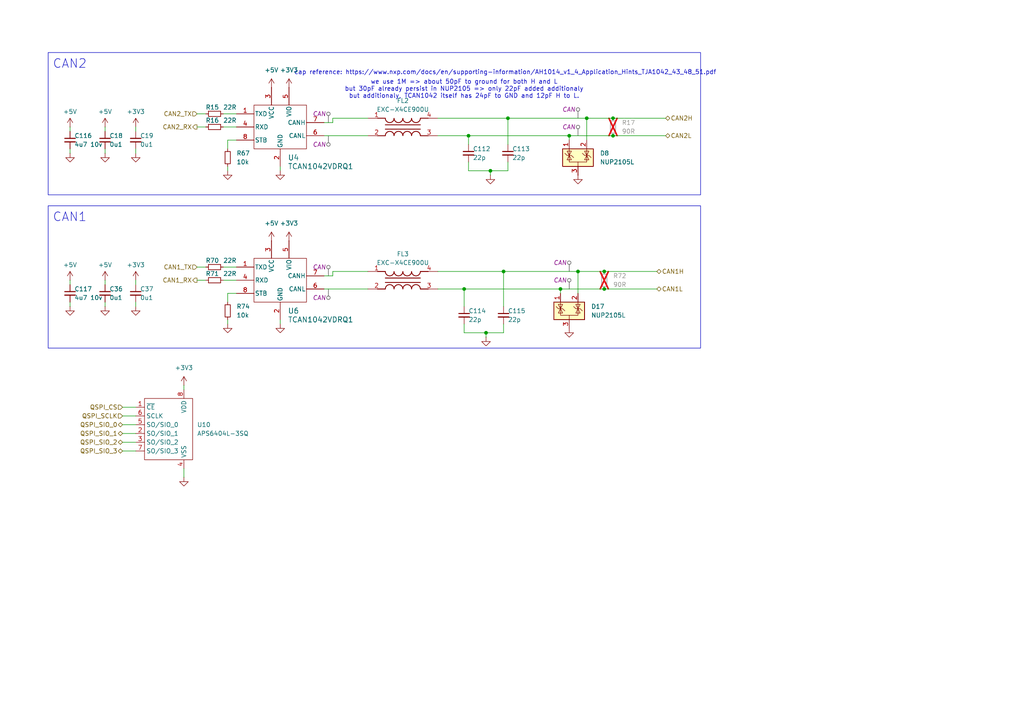
<source format=kicad_sch>
(kicad_sch (version 20231120) (generator "eeschema") (generator_version "8.0")
  (paper "A4")
  (title_block (title "INV_MainBoard_STM32") (date "2025-06-30") (rev "3.1") (company "NTURacing Team") (comment 1 "郭哲明 Jack Kuo") (comment 2 "Powertrain Group"))
  (lib_symbols
    (symbol "Device:C_Small" (pin_numbers hide) (pin_names (offset 0.254) hide)
      (property "Reference" "C" (at 0.254 1.778 0))
      (property "Value" "C_Small" (at 0.254 -2.032 0))
      (symbol "C_Small_0_1"
        (polyline (pts (xy -1.524 -0.508) (xy 1.524 -0.508)) (stroke (width 0.3302)))
        (polyline (pts (xy -1.524 0.508) (xy 1.524 0.508)) (stroke (width 0.3048)))
      )
      (symbol "C_Small_1_1"
        (pin passive line (at 0 2.54 270) (length 2.032) (name "~") (number "1"))
        (pin passive line (at 0 -2.54 90) (length 2.032) (name "~") (number "2"))
      )
    )
    (symbol "Device:R_Small" (pin_numbers hide) (pin_names (offset 0.254) hide)
      (property "Reference" "R" (at 0.762 0.508 0))
      (property "Value" "R_Small" (at 0.762 -1.016 0))
      (symbol "R_Small_0_1"
        (rectangle (start -0.762 1.778) (end 0.762 -1.778) (stroke (width 0.2032)))
      )
      (symbol "R_Small_1_1"
        (pin passive line (at 0 2.54 270) (length 0.762) (name "~") (number "1"))
        (pin passive line (at 0 -2.54 90) (length 0.762) (name "~") (number "2"))
      )
    )
    (symbol "Power_Protection:NUP2105L" (pin_names hide)
      (property "Reference" "D" (at 5.715 2.54 0))
      (property "Value" "NUP2105L" (at 5.715 0.635 0))
      (symbol "NUP2105L_0_0"
        (pin passive line (at 0 -5.08 90) (length 2.54) (name "A") (number "3"))
      )
      (symbol "NUP2105L_0_1"
        (rectangle (start -4.445 2.54) (end 4.445 -2.54) (stroke (width 0.254)) (fill (type background)))
        (polyline (pts (xy -2.54 2.54) (xy -2.54 0.635)))
        (polyline (pts (xy 0 -1.27) (xy 0 -2.54)))
        (polyline (pts (xy 2.54 2.54) (xy 2.54 0.635)))
        (polyline (pts (xy -3.81 1.27) (xy -3.175 0.635) (xy -1.905 0.635) (xy -1.27 0)))
        (polyline (pts (xy -2.54 0.635) (xy -2.54 -1.27) (xy 2.54 -1.27) (xy 2.54 0.635)))
        (polyline (pts (xy -2.54 0.635) (xy -1.905 -0.635) (xy -3.175 -0.635) (xy -2.54 0.635)))
        (polyline (pts (xy 2.54 0.635) (xy 1.905 -0.635) (xy 3.175 -0.635) (xy 2.54 0.635)))
        (polyline (pts (xy 2.54 0.635) (xy 3.175 1.905) (xy 1.905 1.905) (xy 2.54 0.635)))
        (polyline (pts (xy -2.54 0.635) (xy -3.175 1.905) (xy -1.905 1.905) (xy -2.54 0.635) (xy -2.54 1.27)))
        (polyline (pts (xy 1.27 1.27) (xy 1.905 0.635) (xy 2.54 0.635) (xy 3.175 0.635) (xy 3.81 0)))
      )
      (symbol "NUP2105L_1_1"
        (pin passive line (at -2.54 5.08 270) (length 2.54) (name "K") (number "1"))
        (pin passive line (at 2.54 5.08 270) (length 2.54) (name "K") (number "2"))
      )
    )
    (symbol "SamacSys_Parts_EP6:EXC-X4CE900U" (pin_names hide)
      (property "Reference" "FL" (at -0.254 1.524 0))
      (property "Value" "EXC-X4CE900U" (at -0.254 -0.254 0))
      (symbol "EXC-X4CE900U_1_1"
        (arc (start -2.488 -5.08) (mid -1.2689 -3.81) (end -2.488 -2.54) (stroke (width 0.254)))
        (arc (start -2.488 -2.54) (mid -1.2689 -1.27) (end -2.488 0) (stroke (width 0.254)))
        (arc (start -2.488 0) (mid -1.2689 1.27) (end -2.488 2.54) (stroke (width 0.254)))
        (arc (start -2.488 2.54) (mid -1.2689 3.81) (end -2.488 5.08) (stroke (width 0.254)))
        (polyline (pts (xy -2.54 -5.08) (xy -2.54 -7.366)) (stroke (width 0.254)))
        (polyline (pts (xy -2.54 5.08) (xy -2.54 7.366)) (stroke (width 0.254)))
        (polyline (pts (xy -0.635 5.08) (xy -0.635 -5.08)) (stroke (width 0.254)))
        (polyline (pts (xy 0.635 5.08) (xy 0.635 -5.08)) (stroke (width 0.254)))
        (polyline (pts (xy 2.54 -5.08) (xy 2.54 -7.366)) (stroke (width 0.254)))
        (polyline (pts (xy 2.54 5.08) (xy 2.54 7.366)) (stroke (width 0.254)))
        (arc (start 2.488 -2.54) (mid 1.2689 -3.81) (end 2.488 -5.08) (stroke (width 0.254)))
        (arc (start 2.488 0) (mid 1.2689 -1.27) (end 2.488 -2.54) (stroke (width 0.254)))
        (arc (start 2.488 2.54) (mid 1.2689 1.27) (end 2.488 0) (stroke (width 0.254)))
        (arc (start 2.488 5.08) (mid 1.2689 3.81) (end 2.488 2.54) (stroke (width 0.254)))
        (pin passive line (at -2.54 -10.16 90) (length 5.08) (name "1") (number "1"))
        (pin passive line (at 2.54 -10.16 90) (length 5.08) (name "2") (number "2"))
        (pin passive line (at 2.54 10.16 270) (length 5.08) (name "3") (number "3"))
        (pin passive line (at -2.54 10.16 270) (length 5.08) (name "4") (number "4"))
      )
    )
    (symbol "nturt_kicad_lib_EP6:APS6404L-3SQ"
      (property "Reference" "U" (at 0 0 0))
      (property "Value" "APS6404L-3SQ" (at 0 0 0))
      (symbol "APS6404L-3SQ_0_1"
        (rectangle (start -11.43 8.89) (end 2.54 -8.89))
      )
      (symbol "APS6404L-3SQ_1_1"
        (pin input line (at -13.97 6.35 0) (length 2.54) (name "~{CE}") (number "1"))
        (pin input line (at -13.97 -1.27 0) (length 2.54) (name "SO/SIO_1") (number "2"))
        (pin input line (at -13.97 -3.81 0) (length 2.54) (name "SO/SIO_2") (number "3"))
        (pin power_in line (at 0 -11.43 90) (length 2.54) (name "VSS") (number "4"))
        (pin input line (at -13.97 1.27 0) (length 2.54) (name "SO/SIO_0") (number "5"))
        (pin input line (at -13.97 3.81 0) (length 2.54) (name "SCLK") (number "6"))
        (pin input line (at -13.97 -6.35 0) (length 2.54) (name "SO/SIO_3") (number "7"))
        (pin power_in line (at 0 11.43 270) (length 2.54) (name "VDD") (number "8"))
      )
    )
    (symbol "nturt_kicad_lib_EP6:TCAN1042VDRQ1" (pin_names (offset 0.254))
      (property "Reference" "U" (at 0 2.54 0))
      (property "Value" "TCAN1042VDRQ1" (at 0 0 0))
      (symbol "TCAN1042VDRQ1_0_1"
        (pin input line (at -12.7 3.81 0) (length 5.08) (name "TXD") (number "1"))
        (pin power_in line (at 0 -11.43 90) (length 5.08) (name "GND") (number "2"))
        (pin power_in line (at -2.54 11.43 270) (length 5.08) (name "VCC") (number "3"))
        (pin output line (at -12.7 0 0) (length 5.08) (name "RXD") (number "4"))
        (pin power_in line (at 2.54 11.43 270) (length 5.08) (name "VIO") (number "5"))
        (pin bidirectional line (at 12.7 -2.54 180) (length 5.08) (name "CANL") (number "6"))
        (pin bidirectional line (at 12.7 1.27 180) (length 5.08) (name "CANH") (number "7"))
        (pin input line (at -12.7 -3.81 0) (length 5.08) (name "STB") (number "8"))
      )
      (symbol "TCAN1042VDRQ1_1_1"
        (rectangle (start -7.62 6.35) (end 7.62 -6.35))
      )
    )
    (symbol "power:+3V3" (power) (pin_numbers hide) (pin_names (offset 0) hide)
      (property "Value" "+3V3" (at 0 3.556 0))
      (symbol "+3V3_0_1"
        (polyline (pts (xy -0.762 1.27) (xy 0 2.54)))
        (polyline (pts (xy 0 0) (xy 0 2.54)))
        (polyline (pts (xy 0 2.54) (xy 0.762 1.27)))
      )
      (symbol "+3V3_1_1"
        (pin power_in line (at 0 0 90) (length 0) (name "~") (number "1"))
      )
    )
    (symbol "power:+5V" (power) (pin_numbers hide) (pin_names (offset 0) hide)
      (property "Value" "+5V" (at 0 3.556 0))
      (symbol "+5V_0_1"
        (polyline (pts (xy -0.762 1.27) (xy 0 2.54)))
        (polyline (pts (xy 0 0) (xy 0 2.54)))
        (polyline (pts (xy 0 2.54) (xy 0.762 1.27)))
      )
      (symbol "+5V_1_1"
        (pin power_in line (at 0 0 90) (length 0) (name "~") (number "1"))
      )
    )
    (symbol "power:GND" (power) (pin_numbers hide) (pin_names (offset 0) hide)
      (property "Value" "GND" (at 0 -3.81 0))
      (symbol "GND_0_1"
        (polyline (pts (xy 0 0) (xy 0 -1.27) (xy 1.27 -1.27) (xy 0 -2.54) (xy -1.27 -1.27) (xy 0 -1.27)))
      )
      (symbol "GND_1_1"
        (pin power_in line (at 0 0 270) (length 0) (name "~") (number "1"))
      )
    )
  )
  (junction (at 177.8 39.37))
  (junction (at 147.32 34.29))
  (junction (at 175.26 83.82))
  (junction (at 175.26 78.74))
  (junction (at 170.18 34.29))
  (junction (at 134.62 83.82))
  (junction (at 167.64 78.74))
  (junction (at 165.1 39.37))
  (junction (at 142.24 49.53))
  (junction (at 177.8 34.29))
  (junction (at 140.97 96.52))
  (junction (at 135.89 39.37))
  (junction (at 162.56 83.82))
  (junction (at 146.05 78.74))
  (wire (pts (xy 96.52 78.74) (xy 106.68 78.74)))
  (wire (pts (xy 57.15 33.02) (xy 59.69 33.02)))
  (wire (pts (xy 30.48 82.55) (xy 30.48 81.28)))
  (wire (pts (xy 35.56 120.65) (xy 39.37 120.65)))
  (wire (pts (xy 66.04 85.09) (xy 68.58 85.09)))
  (wire (pts (xy 96.52 78.74) (xy 96.52 80.01)))
  (wire (pts (xy 66.04 40.64) (xy 68.58 40.64)))
  (wire (pts (xy 30.48 88.9) (xy 30.48 87.63)))
  (wire (pts (xy 20.32 82.55) (xy 20.32 81.28)))
  (wire (pts (xy 39.37 44.45) (xy 39.37 43.18)))
  (wire (pts (xy 175.26 83.82) (xy 190.5 83.82)))
  (wire (pts (xy 170.18 34.29) (xy 170.18 40.64)))
  (wire (pts (xy 81.28 93.98) (xy 81.28 92.71)))
  (wire (pts (xy 140.97 97.79) (xy 140.97 96.52)))
  (wire (pts (xy 177.8 34.29) (xy 193.04 34.29)))
  (wire (pts (xy 66.04 49.53) (xy 66.04 48.26)))
  (wire (pts (xy 165.1 39.37) (xy 165.1 40.64)))
  (wire (pts (xy 20.32 88.9) (xy 20.32 87.63)))
  (wire (pts (xy 81.28 49.53) (xy 81.28 48.26)))
  (wire (pts (xy 64.77 81.28) (xy 68.58 81.28)))
  (wire (pts (xy 93.98 80.01) (xy 96.52 80.01)))
  (wire (pts (xy 66.04 87.63) (xy 66.04 85.09)))
  (wire (pts (xy 53.34 111.76) (xy 53.34 113.03)))
  (wire (pts (xy 57.15 77.47) (xy 59.69 77.47)))
  (wire (pts (xy 64.77 33.02) (xy 68.58 33.02)))
  (wire (pts (xy 135.89 39.37) (xy 165.1 39.37)))
  (wire (pts (xy 93.98 83.82) (xy 106.68 83.82)))
  (wire (pts (xy 175.26 78.74) (xy 190.5 78.74)))
  (wire (pts (xy 167.64 78.74) (xy 167.64 85.09)))
  (wire (pts (xy 134.62 96.52) (xy 140.97 96.52)))
  (wire (pts (xy 147.32 34.29) (xy 170.18 34.29)))
  (wire (pts (xy 35.56 118.11) (xy 39.37 118.11)))
  (wire (pts (xy 134.62 83.82) (xy 134.62 88.9)))
  (wire (pts (xy 66.04 43.18) (xy 66.04 40.64)))
  (wire (pts (xy 135.89 46.99) (xy 135.89 49.53)))
  (wire (pts (xy 64.77 77.47) (xy 68.58 77.47)))
  (wire (pts (xy 162.56 83.82) (xy 162.56 85.09)))
  (wire (pts (xy 35.56 125.73) (xy 39.37 125.73)))
  (wire (pts (xy 147.32 34.29) (xy 147.32 41.91)))
  (wire (pts (xy 127 39.37) (xy 135.89 39.37)))
  (wire (pts (xy 96.52 34.29) (xy 96.52 35.56)))
  (wire (pts (xy 162.56 83.82) (xy 175.26 83.82)))
  (wire (pts (xy 64.77 36.83) (xy 68.58 36.83)))
  (wire (pts (xy 39.37 82.55) (xy 39.37 81.28)))
  (wire (pts (xy 146.05 78.74) (xy 146.05 88.9)))
  (wire (pts (xy 20.32 38.1) (xy 20.32 36.83)))
  (wire (pts (xy 134.62 83.82) (xy 127 83.82)))
  (wire (pts (xy 20.32 44.45) (xy 20.32 43.18)))
  (wire (pts (xy 146.05 96.52) (xy 146.05 93.98)))
  (wire (pts (xy 35.56 128.27) (xy 39.37 128.27)))
  (wire (pts (xy 127 78.74) (xy 146.05 78.74)))
  (wire (pts (xy 57.15 81.28) (xy 59.69 81.28)))
  (wire (pts (xy 142.24 49.53) (xy 147.32 49.53)))
  (wire (pts (xy 96.52 34.29) (xy 106.68 34.29)))
  (wire (pts (xy 142.24 50.8) (xy 142.24 49.53)))
  (wire (pts (xy 30.48 38.1) (xy 30.48 36.83)))
  (wire (pts (xy 162.56 83.82) (xy 134.62 83.82)))
  (wire (pts (xy 35.56 130.81) (xy 39.37 130.81)))
  (wire (pts (xy 39.37 38.1) (xy 39.37 36.83)))
  (wire (pts (xy 30.48 44.45) (xy 30.48 43.18)))
  (wire (pts (xy 93.98 39.37) (xy 106.68 39.37)))
  (wire (pts (xy 53.34 138.43) (xy 53.34 135.89)))
  (wire (pts (xy 170.18 34.29) (xy 177.8 34.29)))
  (wire (pts (xy 134.62 93.98) (xy 134.62 96.52)))
  (wire (pts (xy 177.8 39.37) (xy 193.04 39.37)))
  (wire (pts (xy 146.05 78.74) (xy 167.64 78.74)))
  (wire (pts (xy 140.97 96.52) (xy 146.05 96.52)))
  (wire (pts (xy 93.98 35.56) (xy 96.52 35.56)))
  (wire (pts (xy 167.64 78.74) (xy 175.26 78.74)))
  (wire (pts (xy 127 34.29) (xy 147.32 34.29)))
  (wire (pts (xy 165.1 39.37) (xy 177.8 39.37)))
  (wire (pts (xy 147.32 49.53) (xy 147.32 46.99)))
  (wire (pts (xy 35.56 123.19) (xy 39.37 123.19)))
  (wire (pts (xy 135.89 49.53) (xy 142.24 49.53)))
  (wire (pts (xy 66.04 93.98) (xy 66.04 92.71)))
  (wire (pts (xy 57.15 36.83) (xy 59.69 36.83)))
  (wire (pts (xy 135.89 41.91) (xy 135.89 39.37)))
  (wire (pts (xy 39.37 88.9) (xy 39.37 87.63)))
  (rectangle (start 13.97 15.24) (end 203.2 56.515))
  (rectangle (start 13.97 59.69) (end 203.2 100.965))
  (text "CAN2" (at 15.24 17.145 0) (effects (font (size 2.54 2.54)) (justify left top)))
  (text "CAN1" (at 15.24 61.595 0) (effects (font (size 2.54 2.54)) (justify left top)))
  (text "cap reference: https://www.nxp.com/docs/en/supporting-information/AH1014_v1_4_Application_Hints_TJA1042_43_48_51.pdf" (at 146.558 21.082 0) (effects (font (size 1.27 1.27))))
  (text "we use 1M => about 50pF to ground for both H and L\nbut 30pF already persist in NUP2105 => only 22pF added additionaly\nbut additionaly, TCAN1042 itself has 24pF to GND and 12pF H to L." (at 134.62 25.908 0) (effects (font (size 1.27 1.27))))
  (hierarchical_label "QSPI_SIO_0" (shape bidirectional) (at 35.56 123.19 180) (effects (font (thickness 0.1588))))
  (hierarchical_label "CAN1H" (shape bidirectional) (at 190.5 78.74 0))
  (hierarchical_label "CAN2_TX" (shape input) (at 57.15 33.02 180))
  (hierarchical_label "CAN2H" (shape bidirectional) (at 193.04 34.29 0))
  (hierarchical_label "CAN1_TX" (shape input) (at 57.15 77.47 180))
  (hierarchical_label "QSPI_SIO_3" (shape bidirectional) (at 35.56 130.81 180) (effects (font (thickness 0.1588))))
  (hierarchical_label "CAN1L" (shape bidirectional) (at 190.5 83.82 0))
  (hierarchical_label "QSPI_CS" (shape input) (at 35.56 118.11 180) (effects (font (thickness 0.1588))))
  (hierarchical_label "QSPI_SCLK" (shape input) (at 35.56 120.65 180) (effects (font (thickness 0.1588))))
  (hierarchical_label "CAN2L" (shape bidirectional) (at 193.04 39.37 0))
  (hierarchical_label "QSPI_SIO_2" (shape bidirectional) (at 35.56 128.27 180) (effects (font (thickness 0.1588))))
  (hierarchical_label "CAN1_RX" (shape output) (at 57.15 81.28 180))
  (hierarchical_label "CAN2_RX" (shape output) (at 57.15 36.83 180))
  (hierarchical_label "QSPI_SIO_1" (shape bidirectional) (at 35.56 125.73 180) (effects (font (thickness 0.1588))))
  (netclass_flag "" (length 2.54) (shape round) (at 165.1 78.74 0) (property "Netclass" "CAN" (at 164.4015 76.2 0) (effects (font (italic yes)) (justify right))))
  (netclass_flag "" (length 2.54) (shape round) (at 167.64 39.37 0) (property "Netclass" "CAN" (at 166.9415 36.83 0) (effects (font (italic yes)) (justify right))))
  (netclass_flag "" (length 2.54) (shape round) (at 165.1 83.82 0) (property "Netclass" "CAN" (at 164.4015 81.28 0) (effects (font (italic yes)) (justify right))))
  (netclass_flag "" (length 2.54) (shape round) (at 95.25 35.56 0) (property "Netclass" "CAN" (at 94.5515 33.02 0) (effects (font (italic yes)) (justify right))))
  (netclass_flag "" (length 2.54) (shape round) (at 95.25 39.37 180) (property "Netclass" "CAN" (at 94.5515 41.91 0) (effects (font (italic yes)) (justify right))))
  (netclass_flag "" (length 2.54) (shape round) (at 95.25 83.82 180) (property "Netclass" "CAN" (at 94.5515 86.36 0) (effects (font (italic yes)) (justify right))))
  (netclass_flag "" (length 2.54) (shape round) (at 95.25 80.01 0) (property "Netclass" "CAN" (at 94.5515 77.47 0) (effects (font (italic yes)) (justify right))))
  (netclass_flag "" (length 2.54) (shape round) (at 167.64 34.29 0) (property "Netclass" "CAN" (at 166.9415 31.75 0) (effects (font (italic yes)) (justify right))))
  (symbol (lib_id "power:GND") (at 20.32 88.9 0) (unit 1)
    (property "Reference" "#PWR0176" (effects (hide yes)))
    (property "Value" "GND" (effects (hide yes)))
    (property "Description" "Power symbol creates a global label with name \"GND\" , ground" (effects (hide yes)))
  )
  (symbol (lib_id "Power_Protection:NUP2105L") (at 167.64 45.72 0) (unit 1)
    (property "Reference" "D8" (at 173.99 44.4499 0) (effects (justify left)))
    (property "Value" "NUP2105L" (at 173.99 46.9899 0) (effects (justify left)))
    (property "Footprint" "Package_TO_SOT_SMD:SOT-23" (effects (hide yes)))
    (property "Datasheet" "https://www.onsemi.com/pub_link/Collateral/NUP2105L-D.PDF" (effects (hide yes)))
    (property "Description" "Dual Line CAN Bus Protector, 24Vrwm" (effects (hide yes)))
  )
  (symbol (lib_id "nturt_kicad_lib_EP6:TCAN1042VDRQ1") (at 81.28 81.28 0) (unit 1)
    (property "Reference" "U6" (at 83.4741 90.17 0) (effects (font (size 1.524 1.524)) (justify left)))
    (property "Value" "TCAN1042VDRQ1" (at 83.4741 92.71 0) (effects (font (size 1.524 1.524)) (justify left)))
    (property "Footprint" "Package_SO:SOIC-8_3.9x4.9mm_P1.27mm" (effects (hide yes)))
    (property "Datasheet" "TCAN1042VDRQ1" (effects (hide yes)))
  )
  (symbol (lib_id "power:GND") (at 66.04 93.98 0) (unit 1)
    (property "Reference" "#PWR0139" (effects (hide yes)))
    (property "Value" "GND" (effects (hide yes)))
    (property "Description" "Power symbol creates a global label with name \"GND\" , ground" (effects (hide yes)))
  )
  (symbol (lib_id "power:GND") (at 81.28 49.53 0) (unit 1)
    (property "Reference" "#PWR069" (effects (hide yes)))
    (property "Value" "GND" (effects (hide yes)))
    (property "Description" "Power symbol creates a global label with name \"GND\" , ground" (effects (hide yes)))
  )
  (symbol (lib_id "Device:C_Small") (at 39.37 85.09 0) (unit 1)
    (property "Reference" "C37" (at 40.64 83.82 0) (effects (justify left)))
    (property "Value" "0u1" (at 40.64 86.36 0) (effects (justify left)))
    (property "Footprint" "Capacitor_SMD:C_0402_1005Metric" (effects (hide yes)))
    (property "Description" "Unpolarized capacitor, small symbol" (effects (hide yes)))
  )
  (symbol (lib_id "Device:R_Small") (at 62.23 36.83 90) (mirror x) (unit 1)
    (property "Reference" "R16" (at 61.595 34.925 90))
    (property "Value" "22R" (at 66.675 34.925 90))
    (property "Footprint" "Resistor_SMD:R_0402_1005Metric" (effects (hide yes)))
    (property "Description" "Resistor, small symbol" (effects (hide yes)))
  )
  (symbol (lib_id "Device:R_Small") (at 175.26 81.28 0) (unit 1) (dnp yes)
    (property "Reference" "R72" (at 177.8 80.01 0) (effects (justify left)))
    (property "Value" "90R" (at 177.8 82.55 0) (effects (justify left)))
    (property "Footprint" "Resistor_SMD:R_0402_1005Metric" (effects (hide yes)))
    (property "Description" "Resistor, small symbol" (effects (hide yes)))
  )
  (symbol (lib_id "power:GND") (at 140.97 97.79 0) (unit 1)
    (property "Reference" "#PWR0172" (effects (hide yes)))
    (property "Value" "GND" (effects (hide yes)))
    (property "Description" "Power symbol creates a global label with name \"GND\" , ground" (effects (hide yes)))
  )
  (symbol (lib_id "power:GND") (at 167.64 50.8 0) (unit 1)
    (property "Reference" "#PWR070" (effects (hide yes)))
    (property "Value" "GND" (effects (hide yes)))
    (property "Description" "Power symbol creates a global label with name \"GND\" , ground" (effects (hide yes)))
  )
  (symbol (lib_id "power:GND") (at 20.32 44.45 0) (unit 1)
    (property "Reference" "#PWR0174" (effects (hide yes)))
    (property "Value" "GND" (effects (hide yes)))
    (property "Description" "Power symbol creates a global label with name \"GND\" , ground" (effects (hide yes)))
  )
  (symbol (lib_id "power:+5V") (at 30.48 81.28 0) (unit 1)
    (property "Reference" "#PWR0131" (effects (hide yes)))
    (property "Value" "+5V" (at 30.48 76.835 0))
    (property "Description" "Power symbol creates a global label with name \"+5V\"" (effects (hide yes)))
  )
  (symbol (lib_id "Device:C_Small") (at 20.32 40.64 0) (unit 1)
    (property "Reference" "C116" (at 21.59 39.37 0) (effects (justify left)))
    (property "Value" "4u7 10v" (at 21.59 41.91 0) (effects (justify left)))
    (property "Footprint" "Capacitor_SMD:C_0402_1005Metric" (effects (hide yes)))
    (property "Description" "Unpolarized capacitor, small symbol" (effects (hide yes)))
  )
  (symbol (lib_id "Device:R_Small") (at 66.04 90.17 0) (unit 1)
    (property "Reference" "R74" (at 68.58 88.9 0) (effects (justify left)))
    (property "Value" "10k" (at 68.58 91.44 0) (effects (justify left)))
    (property "Footprint" "Resistor_SMD:R_0402_1005Metric" (effects (hide yes)))
    (property "Description" "Resistor, small symbol" (effects (hide yes)))
  )
  (symbol (lib_id "power:GND") (at 81.28 93.98 0) (unit 1)
    (property "Reference" "#PWR0140" (effects (hide yes)))
    (property "Value" "GND" (effects (hide yes)))
    (property "Description" "Power symbol creates a global label with name \"GND\" , ground" (effects (hide yes)))
  )
  (symbol (lib_id "Device:C_Small") (at 147.32 44.45 0) (unit 1)
    (property "Reference" "C113" (at 148.59 43.18 0) (effects (justify left)))
    (property "Value" "22p" (at 148.59 45.72 0) (effects (justify left)))
    (property "Footprint" "Capacitor_SMD:C_0402_1005Metric" (effects (hide yes)))
    (property "Description" "Unpolarized capacitor, small symbol" (effects (hide yes)))
  )
  (symbol (lib_id "SamacSys_Parts_EP6:EXC-X4CE900U") (at 116.84 81.28 270) (unit 1)
    (property "Reference" "FL3" (at 116.84 73.66 90))
    (property "Value" "EXC-X4CE900U" (at 116.84 76.2 90))
    (property "Footprint" "SamacSys_Parts_EP6:EXCX4CE900U" (effects (hide yes)))
    (property "Datasheet" "https://industrial.panasonic.com/cdbs/www-data/pdf/AWE0000/AWE0000C258.pdf" (effects (hide yes)))
    (property "Description" "Series/Type: Common mode Filters (0202 small size), Size [LW] (mm): 0.650.50, Height (mm): 0.3, Impedance [Common Mode] (): 90, Rated Voltage [DC] (V): 5, Rated Current [DC] (mA): 100, DC Resistance [max.] (): 3.0+/-30%, Number of circuit: 1" (effects (hide yes)))
    (property "Mouser Part Number" "667-EXC-X4CE900U" (effects (hide yes)))
    (property "Mouser Price/Stock" "https://www.mouser.co.uk/ProductDetail/Panasonic/EXC-X4CE900U?qs=r%2Fc3XikQTkKbkY%2FGNti4Lw%3D%3D" (effects (hide yes)))
    (property "Manufacturer_Name" "Panasonic" (effects (hide yes)))
    (property "Manufacturer_Part_Number" "EXC-X4CE900U" (effects (hide yes)))
    (property "Simulation Data" "https://industrial.panasonic.com/content/data/CC/files/EXCX4CE900U.zip" (effects (hide yes)))
  )
  (symbol (lib_id "power:GND") (at 30.48 88.9 0) (unit 1)
    (property "Reference" "#PWR0137" (effects (hide yes)))
    (property "Value" "GND" (effects (hide yes)))
    (property "Description" "Power symbol creates a global label with name \"GND\" , ground" (effects (hide yes)))
  )
  (symbol (lib_id "Device:C_Small") (at 39.37 40.64 0) (unit 1)
    (property "Reference" "C19" (at 40.64 39.37 0) (effects (justify left)))
    (property "Value" "0u1" (at 40.64 41.91 0) (effects (justify left)))
    (property "Footprint" "Capacitor_SMD:C_0402_1005Metric" (effects (hide yes)))
    (property "Description" "Unpolarized capacitor, small symbol" (effects (hide yes)))
  )
  (symbol (lib_id "nturt_kicad_lib_EP6:APS6404L-3SQ") (at 53.34 124.46 0) (unit 1)
    (property "Reference" "U10" (at 57.15 123.1899 0) (effects (justify left)))
    (property "Value" "APS6404L-3SQ" (at 57.15 125.7299 0) (effects (justify left)))
    (property "Footprint" "Package_SO:SOP-8_3.76x4.96mm_P1.27mm" (effects (hide yes)))
    (property "Datasheet" "https://www.apmemory.com/tw/downloadFiles/0324112120ql593401" (effects (hide yes)))
    (property "Description" "DRAM 64Mb QSPI PSRAM Sync Serial x1/x4 SDR" (effects (hide yes)))
  )
  (symbol (lib_id "SamacSys_Parts_EP6:EXC-X4CE900U") (at 116.84 36.83 270) (unit 1)
    (property "Reference" "FL2" (at 116.84 29.21 90))
    (property "Value" "EXC-X4CE900U" (at 116.84 31.75 90))
    (property "Footprint" "SamacSys_Parts_EP6:EXCX4CE900U" (effects (hide yes)))
    (property "Datasheet" "https://industrial.panasonic.com/cdbs/www-data/pdf/AWE0000/AWE0000C258.pdf" (effects (hide yes)))
    (property "Description" "Series/Type: Common mode Filters (0202 small size), Size [LW] (mm): 0.650.50, Height (mm): 0.3, Impedance [Common Mode] (): 90, Rated Voltage [DC] (V): 5, Rated Current [DC] (mA): 100, DC Resistance [max.] (): 3.0+/-30%, Number of circuit: 1" (effects (hide yes)))
    (property "Mouser Part Number" "667-EXC-X4CE900U" (effects (hide yes)))
    (property "Mouser Price/Stock" "https://www.mouser.co.uk/ProductDetail/Panasonic/EXC-X4CE900U?qs=r%2Fc3XikQTkKbkY%2FGNti4Lw%3D%3D" (effects (hide yes)))
    (property "Manufacturer_Name" "Panasonic" (effects (hide yes)))
    (property "Manufacturer_Part_Number" "EXC-X4CE900U" (effects (hide yes)))
    (property "Simulation Data" "https://industrial.panasonic.com/content/data/CC/files/EXCX4CE900U.zip" (effects (hide yes)))
  )
  (symbol (lib_id "power:GND") (at 66.04 49.53 0) (unit 1)
    (property "Reference" "#PWR068" (effects (hide yes)))
    (property "Value" "GND" (effects (hide yes)))
    (property "Description" "Power symbol creates a global label with name \"GND\" , ground" (effects (hide yes)))
  )
  (symbol (lib_id "power:+3V3") (at 83.82 25.4 0) (unit 1)
    (property "Reference" "#PWR058" (effects (hide yes)))
    (property "Value" "+3V3" (at 83.82 20.32 0))
    (property "Description" "Power symbol creates a global label with name \"+3V3\"" (effects (hide yes)))
  )
  (symbol (lib_id "Device:R_Small") (at 66.04 45.72 0) (unit 1)
    (property "Reference" "R67" (at 68.58 44.45 0) (effects (justify left)))
    (property "Value" "10k" (at 68.58 46.99 0) (effects (justify left)))
    (property "Footprint" "Resistor_SMD:R_0402_1005Metric" (effects (hide yes)))
    (property "Description" "Resistor, small symbol" (effects (hide yes)))
  )
  (symbol (lib_id "Device:C_Small") (at 135.89 44.45 0) (unit 1)
    (property "Reference" "C112" (at 137.16 43.18 0) (effects (justify left)))
    (property "Value" "22p" (at 137.16 45.72 0) (effects (justify left)))
    (property "Footprint" "Capacitor_SMD:C_0402_1005Metric" (effects (hide yes)))
    (property "Description" "Unpolarized capacitor, small symbol" (effects (hide yes)))
  )
  (symbol (lib_id "power:+5V") (at 30.48 36.83 0) (unit 1)
    (property "Reference" "#PWR064" (effects (hide yes)))
    (property "Value" "+5V" (at 30.48 32.385 0))
    (property "Description" "Power symbol creates a global label with name \"+5V\"" (effects (hide yes)))
  )
  (symbol (lib_id "power:+3V3") (at 39.37 36.83 0) (unit 1)
    (property "Reference" "#PWR065" (effects (hide yes)))
    (property "Value" "+3V3" (at 39.37 32.385 0))
    (property "Description" "Power symbol creates a global label with name \"+3V3\"" (effects (hide yes)))
  )
  (symbol (lib_id "power:+5V") (at 78.74 69.85 0) (unit 1)
    (property "Reference" "#PWR072" (effects (hide yes)))
    (property "Value" "+5V" (at 78.74 64.77 0))
    (property "Description" "Power symbol creates a global label with name \"+5V\"" (effects (hide yes)))
  )
  (symbol (lib_id "power:+3V3") (at 53.34 111.76 0) (unit 1)
    (property "Reference" "#PWR0154" (effects (hide yes)))
    (property "Value" "+3V3" (at 53.34 106.68 0))
    (property "Description" "Power symbol creates a global label with name \"+3V3\"" (effects (hide yes)))
  )
  (symbol (lib_id "Power_Protection:NUP2105L") (at 165.1 90.17 0) (unit 1)
    (property "Reference" "D17" (at 171.45 88.8999 0) (effects (justify left)))
    (property "Value" "NUP2105L" (at 171.45 91.4399 0) (effects (justify left)))
    (property "Footprint" "Package_TO_SOT_SMD:SOT-23" (effects (hide yes)))
    (property "Datasheet" "https://www.onsemi.com/pub_link/Collateral/NUP2105L-D.PDF" (effects (hide yes)))
    (property "Description" "Dual Line CAN Bus Protector, 24Vrwm" (effects (hide yes)))
  )
  (symbol (lib_id "power:GND") (at 165.1 95.25 0) (unit 1)
    (property "Reference" "#PWR0141" (effects (hide yes)))
    (property "Value" "GND" (effects (hide yes)))
    (property "Description" "Power symbol creates a global label with name \"GND\" , ground" (effects (hide yes)))
  )
  (symbol (lib_id "power:+3V3") (at 83.82 69.85 0) (unit 1)
    (property "Reference" "#PWR0123" (effects (hide yes)))
    (property "Value" "+3V3" (at 83.82 64.77 0))
    (property "Description" "Power symbol creates a global label with name \"+3V3\"" (effects (hide yes)))
  )
  (symbol (lib_id "Device:R_Small") (at 62.23 33.02 90) (unit 1)
    (property "Reference" "R15" (at 61.595 31.115 90))
    (property "Value" "22R" (at 66.675 31.115 90))
    (property "Footprint" "Resistor_SMD:R_0402_1005Metric" (effects (hide yes)))
    (property "Description" "Resistor, small symbol" (effects (hide yes)))
  )
  (symbol (lib_id "power:+5V") (at 20.32 81.28 0) (unit 1)
    (property "Reference" "#PWR0175" (effects (hide yes)))
    (property "Value" "+5V" (at 20.32 76.835 0))
    (property "Description" "Power symbol creates a global label with name \"+5V\"" (effects (hide yes)))
  )
  (symbol (lib_id "Device:C_Small") (at 30.48 40.64 0) (unit 1)
    (property "Reference" "C18" (at 31.75 39.37 0) (effects (justify left)))
    (property "Value" "0u1" (at 31.75 41.91 0) (effects (justify left)))
    (property "Footprint" "Capacitor_SMD:C_0402_1005Metric" (effects (hide yes)))
    (property "Description" "Unpolarized capacitor, small symbol" (effects (hide yes)))
  )
  (symbol (lib_id "power:+5V") (at 78.74 25.4 0) (unit 1)
    (property "Reference" "#PWR035" (effects (hide yes)))
    (property "Value" "+5V" (at 78.74 20.32 0))
    (property "Description" "Power symbol creates a global label with name \"+5V\"" (effects (hide yes)))
  )
  (symbol (lib_id "Device:C_Small") (at 134.62 91.44 0) (unit 1)
    (property "Reference" "C114" (at 135.89 90.17 0) (effects (justify left)))
    (property "Value" "22p" (at 135.89 92.71 0) (effects (justify left)))
    (property "Footprint" "Capacitor_SMD:C_0402_1005Metric" (effects (hide yes)))
    (property "Description" "Unpolarized capacitor, small symbol" (effects (hide yes)))
  )
  (symbol (lib_id "Device:C_Small") (at 146.05 91.44 0) (unit 1)
    (property "Reference" "C115" (at 147.32 90.17 0) (effects (justify left)))
    (property "Value" "22p" (at 147.32 92.71 0) (effects (justify left)))
    (property "Footprint" "Capacitor_SMD:C_0402_1005Metric" (effects (hide yes)))
    (property "Description" "Unpolarized capacitor, small symbol" (effects (hide yes)))
  )
  (symbol (lib_id "power:GND") (at 39.37 44.45 0) (unit 1)
    (property "Reference" "#PWR067" (effects (hide yes)))
    (property "Value" "GND" (effects (hide yes)))
    (property "Description" "Power symbol creates a global label with name \"GND\" , ground" (effects (hide yes)))
  )
  (symbol (lib_id "Device:C_Small") (at 20.32 85.09 0) (unit 1)
    (property "Reference" "C117" (at 21.59 83.82 0) (effects (justify left)))
    (property "Value" "4u7 10v" (at 21.59 86.36 0) (effects (justify left)))
    (property "Footprint" "Capacitor_SMD:C_0402_1005Metric" (effects (hide yes)))
    (property "Description" "Unpolarized capacitor, small symbol" (effects (hide yes)))
  )
  (symbol (lib_id "power:GND") (at 53.34 138.43 0) (unit 1)
    (property "Reference" "#PWR0152" (effects (hide yes)))
    (property "Value" "GND" (effects (hide yes)))
    (property "Description" "Power symbol creates a global label with name \"GND\" , ground" (effects (hide yes)))
  )
  (symbol (lib_id "power:GND") (at 39.37 88.9 0) (unit 1)
    (property "Reference" "#PWR0138" (effects (hide yes)))
    (property "Value" "GND" (effects (hide yes)))
    (property "Description" "Power symbol creates a global label with name \"GND\" , ground" (effects (hide yes)))
  )
  (symbol (lib_id "nturt_kicad_lib_EP6:TCAN1042VDRQ1") (at 81.28 36.83 0) (unit 1)
    (property "Reference" "U4" (at 83.4741 45.72 0) (effects (font (size 1.524 1.524)) (justify left)))
    (property "Value" "TCAN1042VDRQ1" (at 83.4741 48.26 0) (effects (font (size 1.524 1.524)) (justify left)))
    (property "Footprint" "Package_SO:SOIC-8_3.9x4.9mm_P1.27mm" (effects (hide yes)))
    (property "Datasheet" "TCAN1042VDRQ1" (effects (hide yes)))
  )
  (symbol (lib_id "Device:R_Small") (at 177.8 36.83 0) (unit 1) (dnp yes)
    (property "Reference" "R17" (at 180.34 35.56 0) (effects (justify left)))
    (property "Value" "90R" (at 180.34 38.1 0) (effects (justify left)))
    (property "Footprint" "Resistor_SMD:R_0402_1005Metric" (effects (hide yes)))
    (property "Description" "Resistor, small symbol" (effects (hide yes)))
  )
  (symbol (lib_id "Device:R_Small") (at 62.23 81.28 90) (mirror x) (unit 1)
    (property "Reference" "R71" (at 61.595 79.375 90))
    (property "Value" "22R" (at 66.675 79.375 90))
    (property "Footprint" "Resistor_SMD:R_0402_1005Metric" (effects (hide yes)))
    (property "Description" "Resistor, small symbol" (effects (hide yes)))
  )
  (symbol (lib_id "Device:R_Small") (at 62.23 77.47 90) (unit 1)
    (property "Reference" "R70" (at 61.595 75.565 90))
    (property "Value" "22R" (at 66.675 75.565 90))
    (property "Footprint" "Resistor_SMD:R_0402_1005Metric" (effects (hide yes)))
    (property "Description" "Resistor, small symbol" (effects (hide yes)))
  )
  (symbol (lib_id "Device:C_Small") (at 30.48 85.09 0) (unit 1)
    (property "Reference" "C36" (at 31.75 83.82 0) (effects (justify left)))
    (property "Value" "0u1" (at 31.75 86.36 0) (effects (justify left)))
    (property "Footprint" "Capacitor_SMD:C_0402_1005Metric" (effects (hide yes)))
    (property "Description" "Unpolarized capacitor, small symbol" (effects (hide yes)))
  )
  (symbol (lib_id "power:+5V") (at 20.32 36.83 0) (unit 1)
    (property "Reference" "#PWR0173" (effects (hide yes)))
    (property "Value" "+5V" (at 20.32 32.385 0))
    (property "Description" "Power symbol creates a global label with name \"+5V\"" (effects (hide yes)))
  )
  (symbol (lib_id "power:GND") (at 142.24 50.8 0) (unit 1)
    (property "Reference" "#PWR0171" (effects (hide yes)))
    (property "Value" "GND" (effects (hide yes)))
    (property "Description" "Power symbol creates a global label with name \"GND\" , ground" (effects (hide yes)))
  )
  (symbol (lib_id "power:GND") (at 30.48 44.45 0) (unit 1)
    (property "Reference" "#PWR066" (effects (hide yes)))
    (property "Value" "GND" (effects (hide yes)))
    (property "Description" "Power symbol creates a global label with name \"GND\" , ground" (effects (hide yes)))
  )
  (symbol (lib_id "power:+3V3") (at 39.37 81.28 0) (unit 1)
    (property "Reference" "#PWR0136" (effects (hide yes)))
    (property "Value" "+3V3" (at 39.37 76.835 0))
    (property "Description" "Power symbol creates a global label with name \"+3V3\"" (effects (hide yes)))
  )
)
</source>
